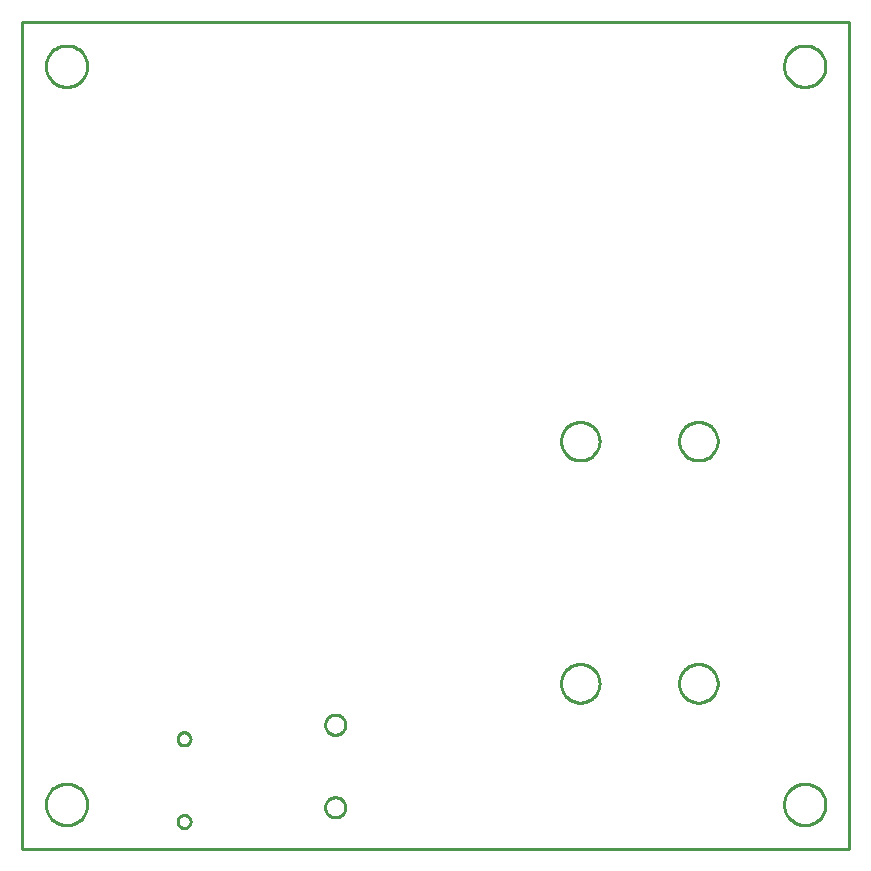
<source format=gbr>
G04 EAGLE Gerber RS-274X export*
G75*
%MOMM*%
%FSLAX34Y34*%
%LPD*%
%IN*%
%IPPOS*%
%AMOC8*
5,1,8,0,0,1.08239X$1,22.5*%
G01*
%ADD10C,0.254000*%


D10*
X0Y0D02*
X700000Y0D01*
X700000Y700000D01*
X0Y700000D01*
X0Y0D01*
X55000Y661927D02*
X54925Y660784D01*
X54776Y659648D01*
X54552Y658524D01*
X54255Y657417D01*
X53887Y656332D01*
X53449Y655274D01*
X52942Y654246D01*
X52369Y653254D01*
X51732Y652301D01*
X51035Y651392D01*
X50279Y650531D01*
X49469Y649721D01*
X48608Y648965D01*
X47699Y648268D01*
X46746Y647631D01*
X45754Y647058D01*
X44726Y646551D01*
X43668Y646113D01*
X42583Y645745D01*
X41476Y645448D01*
X40352Y645225D01*
X39216Y645075D01*
X38073Y645000D01*
X36927Y645000D01*
X35784Y645075D01*
X34648Y645225D01*
X33524Y645448D01*
X32417Y645745D01*
X31332Y646113D01*
X30274Y646551D01*
X29246Y647058D01*
X28254Y647631D01*
X27301Y648268D01*
X26392Y648965D01*
X25531Y649721D01*
X24721Y650531D01*
X23965Y651392D01*
X23268Y652301D01*
X22631Y653254D01*
X22058Y654246D01*
X21551Y655274D01*
X21113Y656332D01*
X20745Y657417D01*
X20448Y658524D01*
X20225Y659648D01*
X20075Y660784D01*
X20000Y661927D01*
X20000Y663073D01*
X20075Y664216D01*
X20225Y665352D01*
X20448Y666476D01*
X20745Y667583D01*
X21113Y668668D01*
X21551Y669726D01*
X22058Y670754D01*
X22631Y671746D01*
X23268Y672699D01*
X23965Y673608D01*
X24721Y674469D01*
X25531Y675279D01*
X26392Y676035D01*
X27301Y676732D01*
X28254Y677369D01*
X29246Y677942D01*
X30274Y678449D01*
X31332Y678887D01*
X32417Y679255D01*
X33524Y679552D01*
X34648Y679776D01*
X35784Y679925D01*
X36927Y680000D01*
X38073Y680000D01*
X39216Y679925D01*
X40352Y679776D01*
X41476Y679552D01*
X42583Y679255D01*
X43668Y678887D01*
X44726Y678449D01*
X45754Y677942D01*
X46746Y677369D01*
X47699Y676732D01*
X48608Y676035D01*
X49469Y675279D01*
X50279Y674469D01*
X51035Y673608D01*
X51732Y672699D01*
X52369Y671746D01*
X52942Y670754D01*
X53449Y669726D01*
X53887Y668668D01*
X54255Y667583D01*
X54552Y666476D01*
X54776Y665352D01*
X54925Y664216D01*
X55000Y663073D01*
X55000Y661927D01*
X680000Y661927D02*
X679925Y660784D01*
X679776Y659648D01*
X679552Y658524D01*
X679255Y657417D01*
X678887Y656332D01*
X678449Y655274D01*
X677942Y654246D01*
X677369Y653254D01*
X676732Y652301D01*
X676035Y651392D01*
X675279Y650531D01*
X674469Y649721D01*
X673608Y648965D01*
X672699Y648268D01*
X671746Y647631D01*
X670754Y647058D01*
X669726Y646551D01*
X668668Y646113D01*
X667583Y645745D01*
X666476Y645448D01*
X665352Y645225D01*
X664216Y645075D01*
X663073Y645000D01*
X661927Y645000D01*
X660784Y645075D01*
X659648Y645225D01*
X658524Y645448D01*
X657417Y645745D01*
X656332Y646113D01*
X655274Y646551D01*
X654246Y647058D01*
X653254Y647631D01*
X652301Y648268D01*
X651392Y648965D01*
X650531Y649721D01*
X649721Y650531D01*
X648965Y651392D01*
X648268Y652301D01*
X647631Y653254D01*
X647058Y654246D01*
X646551Y655274D01*
X646113Y656332D01*
X645745Y657417D01*
X645448Y658524D01*
X645225Y659648D01*
X645075Y660784D01*
X645000Y661927D01*
X645000Y663073D01*
X645075Y664216D01*
X645225Y665352D01*
X645448Y666476D01*
X645745Y667583D01*
X646113Y668668D01*
X646551Y669726D01*
X647058Y670754D01*
X647631Y671746D01*
X648268Y672699D01*
X648965Y673608D01*
X649721Y674469D01*
X650531Y675279D01*
X651392Y676035D01*
X652301Y676732D01*
X653254Y677369D01*
X654246Y677942D01*
X655274Y678449D01*
X656332Y678887D01*
X657417Y679255D01*
X658524Y679552D01*
X659648Y679776D01*
X660784Y679925D01*
X661927Y680000D01*
X663073Y680000D01*
X664216Y679925D01*
X665352Y679776D01*
X666476Y679552D01*
X667583Y679255D01*
X668668Y678887D01*
X669726Y678449D01*
X670754Y677942D01*
X671746Y677369D01*
X672699Y676732D01*
X673608Y676035D01*
X674469Y675279D01*
X675279Y674469D01*
X676035Y673608D01*
X676732Y672699D01*
X677369Y671746D01*
X677942Y670754D01*
X678449Y669726D01*
X678887Y668668D01*
X679255Y667583D01*
X679552Y666476D01*
X679776Y665352D01*
X679925Y664216D01*
X680000Y663073D01*
X680000Y661927D01*
X680000Y36927D02*
X679925Y35784D01*
X679776Y34648D01*
X679552Y33524D01*
X679255Y32417D01*
X678887Y31332D01*
X678449Y30274D01*
X677942Y29246D01*
X677369Y28254D01*
X676732Y27301D01*
X676035Y26392D01*
X675279Y25531D01*
X674469Y24721D01*
X673608Y23965D01*
X672699Y23268D01*
X671746Y22631D01*
X670754Y22058D01*
X669726Y21551D01*
X668668Y21113D01*
X667583Y20745D01*
X666476Y20448D01*
X665352Y20225D01*
X664216Y20075D01*
X663073Y20000D01*
X661927Y20000D01*
X660784Y20075D01*
X659648Y20225D01*
X658524Y20448D01*
X657417Y20745D01*
X656332Y21113D01*
X655274Y21551D01*
X654246Y22058D01*
X653254Y22631D01*
X652301Y23268D01*
X651392Y23965D01*
X650531Y24721D01*
X649721Y25531D01*
X648965Y26392D01*
X648268Y27301D01*
X647631Y28254D01*
X647058Y29246D01*
X646551Y30274D01*
X646113Y31332D01*
X645745Y32417D01*
X645448Y33524D01*
X645225Y34648D01*
X645075Y35784D01*
X645000Y36927D01*
X645000Y38073D01*
X645075Y39216D01*
X645225Y40352D01*
X645448Y41476D01*
X645745Y42583D01*
X646113Y43668D01*
X646551Y44726D01*
X647058Y45754D01*
X647631Y46746D01*
X648268Y47699D01*
X648965Y48608D01*
X649721Y49469D01*
X650531Y50279D01*
X651392Y51035D01*
X652301Y51732D01*
X653254Y52369D01*
X654246Y52942D01*
X655274Y53449D01*
X656332Y53887D01*
X657417Y54255D01*
X658524Y54552D01*
X659648Y54776D01*
X660784Y54925D01*
X661927Y55000D01*
X663073Y55000D01*
X664216Y54925D01*
X665352Y54776D01*
X666476Y54552D01*
X667583Y54255D01*
X668668Y53887D01*
X669726Y53449D01*
X670754Y52942D01*
X671746Y52369D01*
X672699Y51732D01*
X673608Y51035D01*
X674469Y50279D01*
X675279Y49469D01*
X676035Y48608D01*
X676732Y47699D01*
X677369Y46746D01*
X677942Y45754D01*
X678449Y44726D01*
X678887Y43668D01*
X679255Y42583D01*
X679552Y41476D01*
X679776Y40352D01*
X679925Y39216D01*
X680000Y38073D01*
X680000Y36927D01*
X55000Y36927D02*
X54925Y35784D01*
X54776Y34648D01*
X54552Y33524D01*
X54255Y32417D01*
X53887Y31332D01*
X53449Y30274D01*
X52942Y29246D01*
X52369Y28254D01*
X51732Y27301D01*
X51035Y26392D01*
X50279Y25531D01*
X49469Y24721D01*
X48608Y23965D01*
X47699Y23268D01*
X46746Y22631D01*
X45754Y22058D01*
X44726Y21551D01*
X43668Y21113D01*
X42583Y20745D01*
X41476Y20448D01*
X40352Y20225D01*
X39216Y20075D01*
X38073Y20000D01*
X36927Y20000D01*
X35784Y20075D01*
X34648Y20225D01*
X33524Y20448D01*
X32417Y20745D01*
X31332Y21113D01*
X30274Y21551D01*
X29246Y22058D01*
X28254Y22631D01*
X27301Y23268D01*
X26392Y23965D01*
X25531Y24721D01*
X24721Y25531D01*
X23965Y26392D01*
X23268Y27301D01*
X22631Y28254D01*
X22058Y29246D01*
X21551Y30274D01*
X21113Y31332D01*
X20745Y32417D01*
X20448Y33524D01*
X20225Y34648D01*
X20075Y35784D01*
X20000Y36927D01*
X20000Y38073D01*
X20075Y39216D01*
X20225Y40352D01*
X20448Y41476D01*
X20745Y42583D01*
X21113Y43668D01*
X21551Y44726D01*
X22058Y45754D01*
X22631Y46746D01*
X23268Y47699D01*
X23965Y48608D01*
X24721Y49469D01*
X25531Y50279D01*
X26392Y51035D01*
X27301Y51732D01*
X28254Y52369D01*
X29246Y52942D01*
X30274Y53449D01*
X31332Y53887D01*
X32417Y54255D01*
X33524Y54552D01*
X34648Y54776D01*
X35784Y54925D01*
X36927Y55000D01*
X38073Y55000D01*
X39216Y54925D01*
X40352Y54776D01*
X41476Y54552D01*
X42583Y54255D01*
X43668Y53887D01*
X44726Y53449D01*
X45754Y52942D01*
X46746Y52369D01*
X47699Y51732D01*
X48608Y51035D01*
X49469Y50279D01*
X50279Y49469D01*
X51035Y48608D01*
X51732Y47699D01*
X52369Y46746D01*
X52942Y45754D01*
X53449Y44726D01*
X53887Y43668D01*
X54255Y42583D01*
X54552Y41476D01*
X54776Y40352D01*
X54925Y39216D01*
X55000Y38073D01*
X55000Y36927D01*
X488750Y139468D02*
X488680Y138406D01*
X488542Y137352D01*
X488334Y136308D01*
X488059Y135280D01*
X487717Y134273D01*
X487309Y133290D01*
X486839Y132336D01*
X486307Y131414D01*
X485716Y130530D01*
X485068Y129686D01*
X484367Y128886D01*
X483614Y128133D01*
X482814Y127432D01*
X481970Y126784D01*
X481086Y126193D01*
X480164Y125661D01*
X479210Y125191D01*
X478227Y124783D01*
X477220Y124441D01*
X476192Y124166D01*
X475148Y123958D01*
X474094Y123820D01*
X473032Y123750D01*
X471968Y123750D01*
X470906Y123820D01*
X469852Y123958D01*
X468808Y124166D01*
X467780Y124441D01*
X466773Y124783D01*
X465790Y125191D01*
X464836Y125661D01*
X463914Y126193D01*
X463030Y126784D01*
X462186Y127432D01*
X461386Y128133D01*
X460633Y128886D01*
X459932Y129686D01*
X459284Y130530D01*
X458693Y131414D01*
X458161Y132336D01*
X457691Y133290D01*
X457283Y134273D01*
X456941Y135280D01*
X456666Y136308D01*
X456458Y137352D01*
X456320Y138406D01*
X456250Y139468D01*
X456250Y140532D01*
X456320Y141594D01*
X456458Y142648D01*
X456666Y143692D01*
X456941Y144720D01*
X457283Y145727D01*
X457691Y146710D01*
X458161Y147664D01*
X458693Y148586D01*
X459284Y149470D01*
X459932Y150314D01*
X460633Y151114D01*
X461386Y151867D01*
X462186Y152568D01*
X463030Y153216D01*
X463914Y153807D01*
X464836Y154339D01*
X465790Y154809D01*
X466773Y155217D01*
X467780Y155559D01*
X468808Y155834D01*
X469852Y156042D01*
X470906Y156180D01*
X471968Y156250D01*
X473032Y156250D01*
X474094Y156180D01*
X475148Y156042D01*
X476192Y155834D01*
X477220Y155559D01*
X478227Y155217D01*
X479210Y154809D01*
X480164Y154339D01*
X481086Y153807D01*
X481970Y153216D01*
X482814Y152568D01*
X483614Y151867D01*
X484367Y151114D01*
X485068Y150314D01*
X485716Y149470D01*
X486307Y148586D01*
X486839Y147664D01*
X487309Y146710D01*
X487717Y145727D01*
X488059Y144720D01*
X488334Y143692D01*
X488542Y142648D01*
X488680Y141594D01*
X488750Y140532D01*
X488750Y139468D01*
X588750Y139468D02*
X588680Y138406D01*
X588542Y137352D01*
X588334Y136308D01*
X588059Y135280D01*
X587717Y134273D01*
X587309Y133290D01*
X586839Y132336D01*
X586307Y131414D01*
X585716Y130530D01*
X585068Y129686D01*
X584367Y128886D01*
X583614Y128133D01*
X582814Y127432D01*
X581970Y126784D01*
X581086Y126193D01*
X580164Y125661D01*
X579210Y125191D01*
X578227Y124783D01*
X577220Y124441D01*
X576192Y124166D01*
X575148Y123958D01*
X574094Y123820D01*
X573032Y123750D01*
X571968Y123750D01*
X570906Y123820D01*
X569852Y123958D01*
X568808Y124166D01*
X567780Y124441D01*
X566773Y124783D01*
X565790Y125191D01*
X564836Y125661D01*
X563914Y126193D01*
X563030Y126784D01*
X562186Y127432D01*
X561386Y128133D01*
X560633Y128886D01*
X559932Y129686D01*
X559284Y130530D01*
X558693Y131414D01*
X558161Y132336D01*
X557691Y133290D01*
X557283Y134273D01*
X556941Y135280D01*
X556666Y136308D01*
X556458Y137352D01*
X556320Y138406D01*
X556250Y139468D01*
X556250Y140532D01*
X556320Y141594D01*
X556458Y142648D01*
X556666Y143692D01*
X556941Y144720D01*
X557283Y145727D01*
X557691Y146710D01*
X558161Y147664D01*
X558693Y148586D01*
X559284Y149470D01*
X559932Y150314D01*
X560633Y151114D01*
X561386Y151867D01*
X562186Y152568D01*
X563030Y153216D01*
X563914Y153807D01*
X564836Y154339D01*
X565790Y154809D01*
X566773Y155217D01*
X567780Y155559D01*
X568808Y155834D01*
X569852Y156042D01*
X570906Y156180D01*
X571968Y156250D01*
X573032Y156250D01*
X574094Y156180D01*
X575148Y156042D01*
X576192Y155834D01*
X577220Y155559D01*
X578227Y155217D01*
X579210Y154809D01*
X580164Y154339D01*
X581086Y153807D01*
X581970Y153216D01*
X582814Y152568D01*
X583614Y151867D01*
X584367Y151114D01*
X585068Y150314D01*
X585716Y149470D01*
X586307Y148586D01*
X586839Y147664D01*
X587309Y146710D01*
X587717Y145727D01*
X588059Y144720D01*
X588334Y143692D01*
X588542Y142648D01*
X588680Y141594D01*
X588750Y140532D01*
X588750Y139468D01*
X588750Y344468D02*
X588680Y343406D01*
X588542Y342352D01*
X588334Y341308D01*
X588059Y340280D01*
X587717Y339273D01*
X587309Y338290D01*
X586839Y337336D01*
X586307Y336414D01*
X585716Y335530D01*
X585068Y334686D01*
X584367Y333886D01*
X583614Y333133D01*
X582814Y332432D01*
X581970Y331784D01*
X581086Y331193D01*
X580164Y330661D01*
X579210Y330191D01*
X578227Y329783D01*
X577220Y329441D01*
X576192Y329166D01*
X575148Y328958D01*
X574094Y328820D01*
X573032Y328750D01*
X571968Y328750D01*
X570906Y328820D01*
X569852Y328958D01*
X568808Y329166D01*
X567780Y329441D01*
X566773Y329783D01*
X565790Y330191D01*
X564836Y330661D01*
X563914Y331193D01*
X563030Y331784D01*
X562186Y332432D01*
X561386Y333133D01*
X560633Y333886D01*
X559932Y334686D01*
X559284Y335530D01*
X558693Y336414D01*
X558161Y337336D01*
X557691Y338290D01*
X557283Y339273D01*
X556941Y340280D01*
X556666Y341308D01*
X556458Y342352D01*
X556320Y343406D01*
X556250Y344468D01*
X556250Y345532D01*
X556320Y346594D01*
X556458Y347648D01*
X556666Y348692D01*
X556941Y349720D01*
X557283Y350727D01*
X557691Y351710D01*
X558161Y352664D01*
X558693Y353586D01*
X559284Y354470D01*
X559932Y355314D01*
X560633Y356114D01*
X561386Y356867D01*
X562186Y357568D01*
X563030Y358216D01*
X563914Y358807D01*
X564836Y359339D01*
X565790Y359809D01*
X566773Y360217D01*
X567780Y360559D01*
X568808Y360834D01*
X569852Y361042D01*
X570906Y361180D01*
X571968Y361250D01*
X573032Y361250D01*
X574094Y361180D01*
X575148Y361042D01*
X576192Y360834D01*
X577220Y360559D01*
X578227Y360217D01*
X579210Y359809D01*
X580164Y359339D01*
X581086Y358807D01*
X581970Y358216D01*
X582814Y357568D01*
X583614Y356867D01*
X584367Y356114D01*
X585068Y355314D01*
X585716Y354470D01*
X586307Y353586D01*
X586839Y352664D01*
X587309Y351710D01*
X587717Y350727D01*
X588059Y349720D01*
X588334Y348692D01*
X588542Y347648D01*
X588680Y346594D01*
X588750Y345532D01*
X588750Y344468D01*
X488750Y344468D02*
X488680Y343406D01*
X488542Y342352D01*
X488334Y341308D01*
X488059Y340280D01*
X487717Y339273D01*
X487309Y338290D01*
X486839Y337336D01*
X486307Y336414D01*
X485716Y335530D01*
X485068Y334686D01*
X484367Y333886D01*
X483614Y333133D01*
X482814Y332432D01*
X481970Y331784D01*
X481086Y331193D01*
X480164Y330661D01*
X479210Y330191D01*
X478227Y329783D01*
X477220Y329441D01*
X476192Y329166D01*
X475148Y328958D01*
X474094Y328820D01*
X473032Y328750D01*
X471968Y328750D01*
X470906Y328820D01*
X469852Y328958D01*
X468808Y329166D01*
X467780Y329441D01*
X466773Y329783D01*
X465790Y330191D01*
X464836Y330661D01*
X463914Y331193D01*
X463030Y331784D01*
X462186Y332432D01*
X461386Y333133D01*
X460633Y333886D01*
X459932Y334686D01*
X459284Y335530D01*
X458693Y336414D01*
X458161Y337336D01*
X457691Y338290D01*
X457283Y339273D01*
X456941Y340280D01*
X456666Y341308D01*
X456458Y342352D01*
X456320Y343406D01*
X456250Y344468D01*
X456250Y345532D01*
X456320Y346594D01*
X456458Y347648D01*
X456666Y348692D01*
X456941Y349720D01*
X457283Y350727D01*
X457691Y351710D01*
X458161Y352664D01*
X458693Y353586D01*
X459284Y354470D01*
X459932Y355314D01*
X460633Y356114D01*
X461386Y356867D01*
X462186Y357568D01*
X463030Y358216D01*
X463914Y358807D01*
X464836Y359339D01*
X465790Y359809D01*
X466773Y360217D01*
X467780Y360559D01*
X468808Y360834D01*
X469852Y361042D01*
X470906Y361180D01*
X471968Y361250D01*
X473032Y361250D01*
X474094Y361180D01*
X475148Y361042D01*
X476192Y360834D01*
X477220Y360559D01*
X478227Y360217D01*
X479210Y359809D01*
X480164Y359339D01*
X481086Y358807D01*
X481970Y358216D01*
X482814Y357568D01*
X483614Y356867D01*
X484367Y356114D01*
X485068Y355314D01*
X485716Y354470D01*
X486307Y353586D01*
X486839Y352664D01*
X487309Y351710D01*
X487717Y350727D01*
X488059Y349720D01*
X488334Y348692D01*
X488542Y347648D01*
X488680Y346594D01*
X488750Y345532D01*
X488750Y344468D01*
X265371Y43500D02*
X266111Y43435D01*
X266842Y43306D01*
X267558Y43114D01*
X268256Y42860D01*
X268929Y42547D01*
X269571Y42176D01*
X270179Y41750D01*
X270748Y41273D01*
X271273Y40748D01*
X271750Y40179D01*
X272176Y39571D01*
X272547Y38929D01*
X272860Y38256D01*
X273114Y37558D01*
X273306Y36842D01*
X273435Y36111D01*
X273500Y35371D01*
X273500Y34629D01*
X273435Y33889D01*
X273306Y33159D01*
X273114Y32442D01*
X272860Y31744D01*
X272547Y31071D01*
X272176Y30429D01*
X271750Y29821D01*
X271273Y29252D01*
X270748Y28727D01*
X270179Y28250D01*
X269571Y27824D01*
X268929Y27453D01*
X268256Y27140D01*
X267558Y26886D01*
X266842Y26694D01*
X266111Y26565D01*
X265371Y26500D01*
X264629Y26500D01*
X263889Y26565D01*
X263159Y26694D01*
X262442Y26886D01*
X261744Y27140D01*
X261071Y27453D01*
X260429Y27824D01*
X259821Y28250D01*
X259252Y28727D01*
X258727Y29252D01*
X258250Y29821D01*
X257824Y30429D01*
X257453Y31071D01*
X257140Y31744D01*
X256886Y32442D01*
X256694Y33159D01*
X256565Y33889D01*
X256500Y34629D01*
X256500Y35371D01*
X256565Y36111D01*
X256694Y36842D01*
X256886Y37558D01*
X257140Y38256D01*
X257453Y38929D01*
X257824Y39571D01*
X258250Y40179D01*
X258727Y40748D01*
X259252Y41273D01*
X259821Y41750D01*
X260429Y42176D01*
X261071Y42547D01*
X261744Y42860D01*
X262442Y43114D01*
X263159Y43306D01*
X263889Y43435D01*
X264629Y43500D01*
X265371Y43500D01*
X265371Y113500D02*
X266111Y113435D01*
X266842Y113306D01*
X267558Y113114D01*
X268256Y112860D01*
X268929Y112547D01*
X269571Y112176D01*
X270179Y111750D01*
X270748Y111273D01*
X271273Y110748D01*
X271750Y110179D01*
X272176Y109571D01*
X272547Y108929D01*
X272860Y108256D01*
X273114Y107558D01*
X273306Y106842D01*
X273435Y106111D01*
X273500Y105371D01*
X273500Y104629D01*
X273435Y103889D01*
X273306Y103159D01*
X273114Y102442D01*
X272860Y101744D01*
X272547Y101071D01*
X272176Y100429D01*
X271750Y99821D01*
X271273Y99252D01*
X270748Y98727D01*
X270179Y98250D01*
X269571Y97824D01*
X268929Y97453D01*
X268256Y97140D01*
X267558Y96886D01*
X266842Y96694D01*
X266111Y96565D01*
X265371Y96500D01*
X264629Y96500D01*
X263889Y96565D01*
X263159Y96694D01*
X262442Y96886D01*
X261744Y97140D01*
X261071Y97453D01*
X260429Y97824D01*
X259821Y98250D01*
X259252Y98727D01*
X258727Y99252D01*
X258250Y99821D01*
X257824Y100429D01*
X257453Y101071D01*
X257140Y101744D01*
X256886Y102442D01*
X256694Y103159D01*
X256565Y103889D01*
X256500Y104629D01*
X256500Y105371D01*
X256565Y106111D01*
X256694Y106842D01*
X256886Y107558D01*
X257140Y108256D01*
X257453Y108929D01*
X257824Y109571D01*
X258250Y110179D01*
X258727Y110748D01*
X259252Y111273D01*
X259821Y111750D01*
X260429Y112176D01*
X261071Y112547D01*
X261744Y112860D01*
X262442Y113114D01*
X263159Y113306D01*
X263889Y113435D01*
X264629Y113500D01*
X265371Y113500D01*
X137309Y28500D02*
X137923Y28431D01*
X138525Y28293D01*
X139108Y28089D01*
X139665Y27821D01*
X140188Y27493D01*
X140671Y27108D01*
X141108Y26671D01*
X141493Y26188D01*
X141821Y25665D01*
X142089Y25108D01*
X142293Y24525D01*
X142431Y23923D01*
X142500Y23309D01*
X142500Y22691D01*
X142431Y22077D01*
X142293Y21475D01*
X142089Y20892D01*
X141821Y20335D01*
X141493Y19812D01*
X141108Y19329D01*
X140671Y18893D01*
X140188Y18507D01*
X139665Y18179D01*
X139108Y17911D01*
X138525Y17707D01*
X137923Y17569D01*
X137309Y17500D01*
X136691Y17500D01*
X136077Y17569D01*
X135475Y17707D01*
X134892Y17911D01*
X134335Y18179D01*
X133812Y18507D01*
X133329Y18893D01*
X132893Y19329D01*
X132507Y19812D01*
X132179Y20335D01*
X131911Y20892D01*
X131707Y21475D01*
X131569Y22077D01*
X131500Y22691D01*
X131500Y23309D01*
X131569Y23923D01*
X131707Y24525D01*
X131911Y25108D01*
X132179Y25665D01*
X132507Y26188D01*
X132893Y26671D01*
X133329Y27108D01*
X133812Y27493D01*
X134335Y27821D01*
X134892Y28089D01*
X135475Y28293D01*
X136077Y28431D01*
X136691Y28500D01*
X137309Y28500D01*
X137309Y98500D02*
X137923Y98431D01*
X138525Y98293D01*
X139108Y98089D01*
X139665Y97821D01*
X140188Y97493D01*
X140671Y97108D01*
X141108Y96671D01*
X141493Y96188D01*
X141821Y95665D01*
X142089Y95108D01*
X142293Y94525D01*
X142431Y93923D01*
X142500Y93309D01*
X142500Y92691D01*
X142431Y92077D01*
X142293Y91475D01*
X142089Y90892D01*
X141821Y90335D01*
X141493Y89812D01*
X141108Y89329D01*
X140671Y88893D01*
X140188Y88507D01*
X139665Y88179D01*
X139108Y87911D01*
X138525Y87707D01*
X137923Y87569D01*
X137309Y87500D01*
X136691Y87500D01*
X136077Y87569D01*
X135475Y87707D01*
X134892Y87911D01*
X134335Y88179D01*
X133812Y88507D01*
X133329Y88893D01*
X132893Y89329D01*
X132507Y89812D01*
X132179Y90335D01*
X131911Y90892D01*
X131707Y91475D01*
X131569Y92077D01*
X131500Y92691D01*
X131500Y93309D01*
X131569Y93923D01*
X131707Y94525D01*
X131911Y95108D01*
X132179Y95665D01*
X132507Y96188D01*
X132893Y96671D01*
X133329Y97108D01*
X133812Y97493D01*
X134335Y97821D01*
X134892Y98089D01*
X135475Y98293D01*
X136077Y98431D01*
X136691Y98500D01*
X137309Y98500D01*
M02*

</source>
